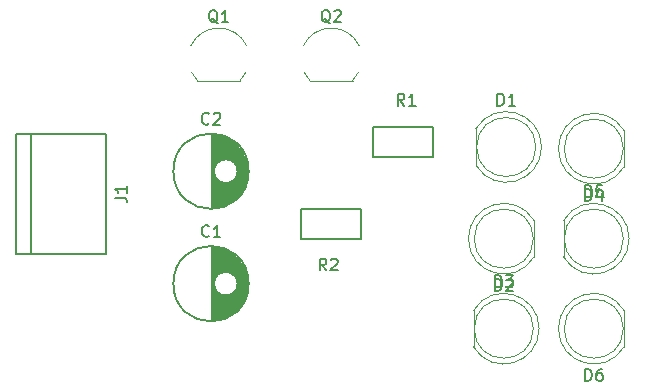
<source format=gbr>
G04 #@! TF.FileFunction,Legend,Top*
%FSLAX46Y46*%
G04 Gerber Fmt 4.6, Leading zero omitted, Abs format (unit mm)*
G04 Created by KiCad (PCBNEW 4.0.5) date 04/05/20 14:46:34*
%MOMM*%
%LPD*%
G01*
G04 APERTURE LIST*
%ADD10C,0.100000*%
%ADD11C,0.150000*%
%ADD12C,0.120000*%
G04 APERTURE END LIST*
D10*
D11*
X149280000Y-114326000D02*
X149280000Y-120624000D01*
X149420000Y-114332000D02*
X149420000Y-120618000D01*
X149560000Y-114345000D02*
X149560000Y-117029000D01*
X149560000Y-117921000D02*
X149560000Y-120605000D01*
X149700000Y-114364000D02*
X149700000Y-116819000D01*
X149700000Y-118131000D02*
X149700000Y-120586000D01*
X149840000Y-114390000D02*
X149840000Y-116686000D01*
X149840000Y-118264000D02*
X149840000Y-120560000D01*
X149980000Y-114422000D02*
X149980000Y-116595000D01*
X149980000Y-118355000D02*
X149980000Y-120528000D01*
X150120000Y-114461000D02*
X150120000Y-116533000D01*
X150120000Y-118417000D02*
X150120000Y-120489000D01*
X150260000Y-114507000D02*
X150260000Y-116494000D01*
X150260000Y-118456000D02*
X150260000Y-120443000D01*
X150400000Y-114560000D02*
X150400000Y-116477000D01*
X150400000Y-118473000D02*
X150400000Y-120390000D01*
X150540000Y-114622000D02*
X150540000Y-116479000D01*
X150540000Y-118471000D02*
X150540000Y-120328000D01*
X150680000Y-114692000D02*
X150680000Y-116501000D01*
X150680000Y-118449000D02*
X150680000Y-120258000D01*
X150820000Y-114771000D02*
X150820000Y-116544000D01*
X150820000Y-118406000D02*
X150820000Y-120179000D01*
X150960000Y-114859000D02*
X150960000Y-116612000D01*
X150960000Y-118338000D02*
X150960000Y-120091000D01*
X151100000Y-114959000D02*
X151100000Y-116711000D01*
X151100000Y-118239000D02*
X151100000Y-119991000D01*
X151240000Y-115071000D02*
X151240000Y-116856000D01*
X151240000Y-118094000D02*
X151240000Y-119879000D01*
X151380000Y-115196000D02*
X151380000Y-117095000D01*
X151380000Y-117855000D02*
X151380000Y-119754000D01*
X151520000Y-115339000D02*
X151520000Y-119611000D01*
X151660000Y-115501000D02*
X151660000Y-119449000D01*
X151800000Y-115689000D02*
X151800000Y-119261000D01*
X151940000Y-115912000D02*
X151940000Y-119038000D01*
X152080000Y-116188000D02*
X152080000Y-118762000D01*
X152220000Y-116563000D02*
X152220000Y-118387000D01*
X151455000Y-117475000D02*
G75*
G03X151455000Y-117475000I-1000000J0D01*
G01*
X152392500Y-117475000D02*
G75*
G03X152392500Y-117475000I-3187500J0D01*
G01*
X149280000Y-104801000D02*
X149280000Y-111099000D01*
X149420000Y-104807000D02*
X149420000Y-111093000D01*
X149560000Y-104820000D02*
X149560000Y-107504000D01*
X149560000Y-108396000D02*
X149560000Y-111080000D01*
X149700000Y-104839000D02*
X149700000Y-107294000D01*
X149700000Y-108606000D02*
X149700000Y-111061000D01*
X149840000Y-104865000D02*
X149840000Y-107161000D01*
X149840000Y-108739000D02*
X149840000Y-111035000D01*
X149980000Y-104897000D02*
X149980000Y-107070000D01*
X149980000Y-108830000D02*
X149980000Y-111003000D01*
X150120000Y-104936000D02*
X150120000Y-107008000D01*
X150120000Y-108892000D02*
X150120000Y-110964000D01*
X150260000Y-104982000D02*
X150260000Y-106969000D01*
X150260000Y-108931000D02*
X150260000Y-110918000D01*
X150400000Y-105035000D02*
X150400000Y-106952000D01*
X150400000Y-108948000D02*
X150400000Y-110865000D01*
X150540000Y-105097000D02*
X150540000Y-106954000D01*
X150540000Y-108946000D02*
X150540000Y-110803000D01*
X150680000Y-105167000D02*
X150680000Y-106976000D01*
X150680000Y-108924000D02*
X150680000Y-110733000D01*
X150820000Y-105246000D02*
X150820000Y-107019000D01*
X150820000Y-108881000D02*
X150820000Y-110654000D01*
X150960000Y-105334000D02*
X150960000Y-107087000D01*
X150960000Y-108813000D02*
X150960000Y-110566000D01*
X151100000Y-105434000D02*
X151100000Y-107186000D01*
X151100000Y-108714000D02*
X151100000Y-110466000D01*
X151240000Y-105546000D02*
X151240000Y-107331000D01*
X151240000Y-108569000D02*
X151240000Y-110354000D01*
X151380000Y-105671000D02*
X151380000Y-107570000D01*
X151380000Y-108330000D02*
X151380000Y-110229000D01*
X151520000Y-105814000D02*
X151520000Y-110086000D01*
X151660000Y-105976000D02*
X151660000Y-109924000D01*
X151800000Y-106164000D02*
X151800000Y-109736000D01*
X151940000Y-106387000D02*
X151940000Y-109513000D01*
X152080000Y-106663000D02*
X152080000Y-109237000D01*
X152220000Y-107038000D02*
X152220000Y-108862000D01*
X151455000Y-107950000D02*
G75*
G03X151455000Y-107950000I-1000000J0D01*
G01*
X152392500Y-107950000D02*
G75*
G03X152392500Y-107950000I-3187500J0D01*
G01*
D12*
X177185001Y-105900462D02*
G75*
G03X171635001Y-104355170I-2990000J462D01*
G01*
X177185001Y-105899538D02*
G75*
G02X171635001Y-107444830I-2990000J-462D01*
G01*
X176695001Y-105900000D02*
G75*
G03X176695001Y-105900000I-2500000J0D01*
G01*
X171635001Y-104355000D02*
X171635001Y-107445000D01*
X171000000Y-113664538D02*
G75*
G03X176550000Y-115209830I2990000J-462D01*
G01*
X171000000Y-113665462D02*
G75*
G02X176550000Y-112120170I2990000J462D01*
G01*
X176490000Y-113665000D02*
G75*
G03X176490000Y-113665000I-2500000J0D01*
G01*
X176550000Y-115210000D02*
X176550000Y-112120000D01*
X176980000Y-121285462D02*
G75*
G03X171430000Y-119740170I-2990000J462D01*
G01*
X176980000Y-121284538D02*
G75*
G02X171430000Y-122829830I-2990000J-462D01*
G01*
X176490000Y-121285000D02*
G75*
G03X176490000Y-121285000I-2500000J0D01*
G01*
X171430000Y-119740000D02*
X171430000Y-122830000D01*
X178620000Y-106044538D02*
G75*
G03X184170000Y-107589830I2990000J-462D01*
G01*
X178620000Y-106045462D02*
G75*
G02X184170000Y-104500170I2990000J462D01*
G01*
X184110000Y-106045000D02*
G75*
G03X184110000Y-106045000I-2500000J0D01*
G01*
X184170000Y-107590000D02*
X184170000Y-104500000D01*
X184600000Y-113665462D02*
G75*
G03X179050000Y-112120170I-2990000J462D01*
G01*
X184600000Y-113664538D02*
G75*
G02X179050000Y-115209830I-2990000J-462D01*
G01*
X184110000Y-113665000D02*
G75*
G03X184110000Y-113665000I-2500000J0D01*
G01*
X179050000Y-112120000D02*
X179050000Y-115210000D01*
X178620000Y-121284538D02*
G75*
G03X184170000Y-122829830I2990000J-462D01*
G01*
X178620000Y-121285462D02*
G75*
G02X184170000Y-119740170I2990000J462D01*
G01*
X184110000Y-121285000D02*
G75*
G03X184110000Y-121285000I-2500000J0D01*
G01*
X184170000Y-122830000D02*
X184170000Y-119740000D01*
D11*
X133985000Y-114935000D02*
X133985000Y-104775000D01*
X132715000Y-114935000D02*
X140335000Y-114935000D01*
X140335000Y-114935000D02*
X140335000Y-104775000D01*
X140335000Y-104775000D02*
X132715000Y-104775000D01*
X132715000Y-104775000D02*
X132715000Y-114935000D01*
D12*
X148060000Y-100275000D02*
X151660000Y-100275000D01*
X147535816Y-99547795D02*
G75*
G03X148060000Y-100275000I2324184J1122795D01*
G01*
X147503600Y-97326193D02*
G75*
G02X149860000Y-95825000I2356400J-1098807D01*
G01*
X152216400Y-97326193D02*
G75*
G03X149860000Y-95825000I-2356400J-1098807D01*
G01*
X152184184Y-99547795D02*
G75*
G02X151660000Y-100275000I-2324184J1122795D01*
G01*
X157585000Y-100275000D02*
X161185000Y-100275000D01*
X157060816Y-99547795D02*
G75*
G03X157585000Y-100275000I2324184J1122795D01*
G01*
X157028600Y-97326193D02*
G75*
G02X159385000Y-95825000I2356400J-1098807D01*
G01*
X161741400Y-97326193D02*
G75*
G03X159385000Y-95825000I-2356400J-1098807D01*
G01*
X161709184Y-99547795D02*
G75*
G02X161185000Y-100275000I-2324184J1122795D01*
G01*
D11*
X162945001Y-104170120D02*
X168025001Y-104170120D01*
X168025001Y-104170120D02*
X168025001Y-106710120D01*
X168025001Y-106710120D02*
X162945001Y-106710120D01*
X162945001Y-106710120D02*
X162945001Y-104170120D01*
X161925000Y-113665000D02*
X156845000Y-113665000D01*
X156845000Y-113665000D02*
X156845000Y-111125000D01*
X156845000Y-111125000D02*
X161925000Y-111125000D01*
X161925000Y-111125000D02*
X161925000Y-113665000D01*
X149038334Y-113432143D02*
X148990715Y-113479762D01*
X148847858Y-113527381D01*
X148752620Y-113527381D01*
X148609762Y-113479762D01*
X148514524Y-113384524D01*
X148466905Y-113289286D01*
X148419286Y-113098810D01*
X148419286Y-112955952D01*
X148466905Y-112765476D01*
X148514524Y-112670238D01*
X148609762Y-112575000D01*
X148752620Y-112527381D01*
X148847858Y-112527381D01*
X148990715Y-112575000D01*
X149038334Y-112622619D01*
X149990715Y-113527381D02*
X149419286Y-113527381D01*
X149705000Y-113527381D02*
X149705000Y-112527381D01*
X149609762Y-112670238D01*
X149514524Y-112765476D01*
X149419286Y-112813095D01*
X149038334Y-103907143D02*
X148990715Y-103954762D01*
X148847858Y-104002381D01*
X148752620Y-104002381D01*
X148609762Y-103954762D01*
X148514524Y-103859524D01*
X148466905Y-103764286D01*
X148419286Y-103573810D01*
X148419286Y-103430952D01*
X148466905Y-103240476D01*
X148514524Y-103145238D01*
X148609762Y-103050000D01*
X148752620Y-103002381D01*
X148847858Y-103002381D01*
X148990715Y-103050000D01*
X149038334Y-103097619D01*
X149419286Y-103097619D02*
X149466905Y-103050000D01*
X149562143Y-103002381D01*
X149800239Y-103002381D01*
X149895477Y-103050000D01*
X149943096Y-103097619D01*
X149990715Y-103192857D01*
X149990715Y-103288095D01*
X149943096Y-103430952D01*
X149371667Y-104002381D01*
X149990715Y-104002381D01*
X173456906Y-102392381D02*
X173456906Y-101392381D01*
X173695001Y-101392381D01*
X173837859Y-101440000D01*
X173933097Y-101535238D01*
X173980716Y-101630476D01*
X174028335Y-101820952D01*
X174028335Y-101963810D01*
X173980716Y-102154286D01*
X173933097Y-102249524D01*
X173837859Y-102344762D01*
X173695001Y-102392381D01*
X173456906Y-102392381D01*
X174980716Y-102392381D02*
X174409287Y-102392381D01*
X174695001Y-102392381D02*
X174695001Y-101392381D01*
X174599763Y-101535238D01*
X174504525Y-101630476D01*
X174409287Y-101678095D01*
X173251905Y-118077381D02*
X173251905Y-117077381D01*
X173490000Y-117077381D01*
X173632858Y-117125000D01*
X173728096Y-117220238D01*
X173775715Y-117315476D01*
X173823334Y-117505952D01*
X173823334Y-117648810D01*
X173775715Y-117839286D01*
X173728096Y-117934524D01*
X173632858Y-118029762D01*
X173490000Y-118077381D01*
X173251905Y-118077381D01*
X174204286Y-117172619D02*
X174251905Y-117125000D01*
X174347143Y-117077381D01*
X174585239Y-117077381D01*
X174680477Y-117125000D01*
X174728096Y-117172619D01*
X174775715Y-117267857D01*
X174775715Y-117363095D01*
X174728096Y-117505952D01*
X174156667Y-118077381D01*
X174775715Y-118077381D01*
X173251905Y-117777381D02*
X173251905Y-116777381D01*
X173490000Y-116777381D01*
X173632858Y-116825000D01*
X173728096Y-116920238D01*
X173775715Y-117015476D01*
X173823334Y-117205952D01*
X173823334Y-117348810D01*
X173775715Y-117539286D01*
X173728096Y-117634524D01*
X173632858Y-117729762D01*
X173490000Y-117777381D01*
X173251905Y-117777381D01*
X174156667Y-116777381D02*
X174775715Y-116777381D01*
X174442381Y-117158333D01*
X174585239Y-117158333D01*
X174680477Y-117205952D01*
X174728096Y-117253571D01*
X174775715Y-117348810D01*
X174775715Y-117586905D01*
X174728096Y-117682143D01*
X174680477Y-117729762D01*
X174585239Y-117777381D01*
X174299524Y-117777381D01*
X174204286Y-117729762D01*
X174156667Y-117682143D01*
X180871905Y-110457381D02*
X180871905Y-109457381D01*
X181110000Y-109457381D01*
X181252858Y-109505000D01*
X181348096Y-109600238D01*
X181395715Y-109695476D01*
X181443334Y-109885952D01*
X181443334Y-110028810D01*
X181395715Y-110219286D01*
X181348096Y-110314524D01*
X181252858Y-110409762D01*
X181110000Y-110457381D01*
X180871905Y-110457381D01*
X182300477Y-109790714D02*
X182300477Y-110457381D01*
X182062381Y-109409762D02*
X181824286Y-110124048D01*
X182443334Y-110124048D01*
X180871905Y-110157381D02*
X180871905Y-109157381D01*
X181110000Y-109157381D01*
X181252858Y-109205000D01*
X181348096Y-109300238D01*
X181395715Y-109395476D01*
X181443334Y-109585952D01*
X181443334Y-109728810D01*
X181395715Y-109919286D01*
X181348096Y-110014524D01*
X181252858Y-110109762D01*
X181110000Y-110157381D01*
X180871905Y-110157381D01*
X182348096Y-109157381D02*
X181871905Y-109157381D01*
X181824286Y-109633571D01*
X181871905Y-109585952D01*
X181967143Y-109538333D01*
X182205239Y-109538333D01*
X182300477Y-109585952D01*
X182348096Y-109633571D01*
X182395715Y-109728810D01*
X182395715Y-109966905D01*
X182348096Y-110062143D01*
X182300477Y-110109762D01*
X182205239Y-110157381D01*
X181967143Y-110157381D01*
X181871905Y-110109762D01*
X181824286Y-110062143D01*
X180871905Y-125697381D02*
X180871905Y-124697381D01*
X181110000Y-124697381D01*
X181252858Y-124745000D01*
X181348096Y-124840238D01*
X181395715Y-124935476D01*
X181443334Y-125125952D01*
X181443334Y-125268810D01*
X181395715Y-125459286D01*
X181348096Y-125554524D01*
X181252858Y-125649762D01*
X181110000Y-125697381D01*
X180871905Y-125697381D01*
X182300477Y-124697381D02*
X182110000Y-124697381D01*
X182014762Y-124745000D01*
X181967143Y-124792619D01*
X181871905Y-124935476D01*
X181824286Y-125125952D01*
X181824286Y-125506905D01*
X181871905Y-125602143D01*
X181919524Y-125649762D01*
X182014762Y-125697381D01*
X182205239Y-125697381D01*
X182300477Y-125649762D01*
X182348096Y-125602143D01*
X182395715Y-125506905D01*
X182395715Y-125268810D01*
X182348096Y-125173571D01*
X182300477Y-125125952D01*
X182205239Y-125078333D01*
X182014762Y-125078333D01*
X181919524Y-125125952D01*
X181871905Y-125173571D01*
X181824286Y-125268810D01*
X141057381Y-110188333D02*
X141771667Y-110188333D01*
X141914524Y-110235953D01*
X142009762Y-110331191D01*
X142057381Y-110474048D01*
X142057381Y-110569286D01*
X142057381Y-109188333D02*
X142057381Y-109759762D01*
X142057381Y-109474048D02*
X141057381Y-109474048D01*
X141200238Y-109569286D01*
X141295476Y-109664524D01*
X141343095Y-109759762D01*
X149764762Y-95412619D02*
X149669524Y-95365000D01*
X149574286Y-95269762D01*
X149431429Y-95126905D01*
X149336190Y-95079286D01*
X149240952Y-95079286D01*
X149288571Y-95317381D02*
X149193333Y-95269762D01*
X149098095Y-95174524D01*
X149050476Y-94984048D01*
X149050476Y-94650714D01*
X149098095Y-94460238D01*
X149193333Y-94365000D01*
X149288571Y-94317381D01*
X149479048Y-94317381D01*
X149574286Y-94365000D01*
X149669524Y-94460238D01*
X149717143Y-94650714D01*
X149717143Y-94984048D01*
X149669524Y-95174524D01*
X149574286Y-95269762D01*
X149479048Y-95317381D01*
X149288571Y-95317381D01*
X150669524Y-95317381D02*
X150098095Y-95317381D01*
X150383809Y-95317381D02*
X150383809Y-94317381D01*
X150288571Y-94460238D01*
X150193333Y-94555476D01*
X150098095Y-94603095D01*
X159289762Y-95412619D02*
X159194524Y-95365000D01*
X159099286Y-95269762D01*
X158956429Y-95126905D01*
X158861190Y-95079286D01*
X158765952Y-95079286D01*
X158813571Y-95317381D02*
X158718333Y-95269762D01*
X158623095Y-95174524D01*
X158575476Y-94984048D01*
X158575476Y-94650714D01*
X158623095Y-94460238D01*
X158718333Y-94365000D01*
X158813571Y-94317381D01*
X159004048Y-94317381D01*
X159099286Y-94365000D01*
X159194524Y-94460238D01*
X159242143Y-94650714D01*
X159242143Y-94984048D01*
X159194524Y-95174524D01*
X159099286Y-95269762D01*
X159004048Y-95317381D01*
X158813571Y-95317381D01*
X159623095Y-94412619D02*
X159670714Y-94365000D01*
X159765952Y-94317381D01*
X160004048Y-94317381D01*
X160099286Y-94365000D01*
X160146905Y-94412619D01*
X160194524Y-94507857D01*
X160194524Y-94603095D01*
X160146905Y-94745952D01*
X159575476Y-95317381D01*
X160194524Y-95317381D01*
X165567255Y-102392381D02*
X165233921Y-101916190D01*
X164995826Y-102392381D02*
X164995826Y-101392381D01*
X165376779Y-101392381D01*
X165472017Y-101440000D01*
X165519636Y-101487619D01*
X165567255Y-101582857D01*
X165567255Y-101725714D01*
X165519636Y-101820952D01*
X165472017Y-101868571D01*
X165376779Y-101916190D01*
X164995826Y-101916190D01*
X166519636Y-102392381D02*
X165948207Y-102392381D01*
X166233921Y-102392381D02*
X166233921Y-101392381D01*
X166138683Y-101535238D01*
X166043445Y-101630476D01*
X165948207Y-101678095D01*
X158969414Y-116347501D02*
X158636080Y-115871310D01*
X158397985Y-116347501D02*
X158397985Y-115347501D01*
X158778938Y-115347501D01*
X158874176Y-115395120D01*
X158921795Y-115442739D01*
X158969414Y-115537977D01*
X158969414Y-115680834D01*
X158921795Y-115776072D01*
X158874176Y-115823691D01*
X158778938Y-115871310D01*
X158397985Y-115871310D01*
X159350366Y-115442739D02*
X159397985Y-115395120D01*
X159493223Y-115347501D01*
X159731319Y-115347501D01*
X159826557Y-115395120D01*
X159874176Y-115442739D01*
X159921795Y-115537977D01*
X159921795Y-115633215D01*
X159874176Y-115776072D01*
X159302747Y-116347501D01*
X159921795Y-116347501D01*
M02*

</source>
